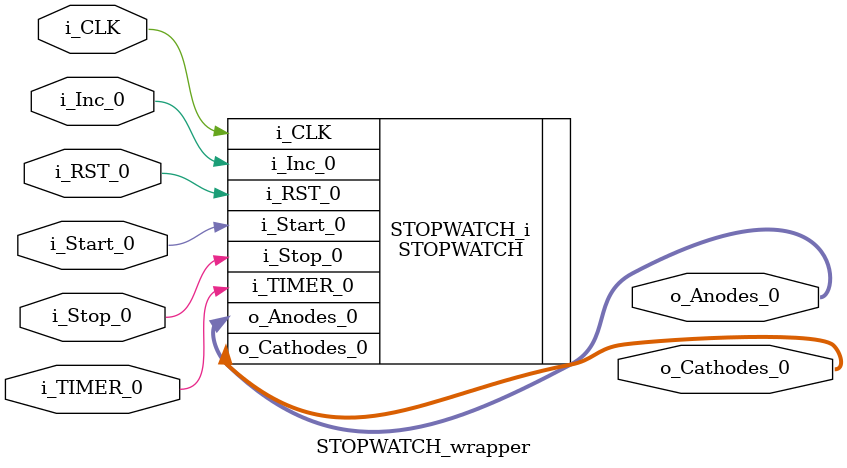
<source format=v>
`timescale 1 ps / 1 ps

module STOPWATCH_wrapper
   (i_CLK,
    i_Inc_0,
    i_RST_0,
    i_Start_0,
    i_Stop_0,
    i_TIMER_0,
    o_Anodes_0,
    o_Cathodes_0);
  input i_CLK;
  input i_Inc_0;
  input i_RST_0;
  input i_Start_0;
  input i_Stop_0;
  input i_TIMER_0;
  output [3:0]o_Anodes_0;
  output [6:0]o_Cathodes_0;

  wire i_CLK;
  wire i_Inc_0;
  wire i_RST_0;
  wire i_Start_0;
  wire i_Stop_0;
  wire i_TIMER_0;
  wire [3:0]o_Anodes_0;
  wire [6:0]o_Cathodes_0;

  STOPWATCH STOPWATCH_i
       (.i_CLK(i_CLK),
        .i_Inc_0(i_Inc_0),
        .i_RST_0(i_RST_0),
        .i_Start_0(i_Start_0),
        .i_Stop_0(i_Stop_0),
        .i_TIMER_0(i_TIMER_0),
        .o_Anodes_0(o_Anodes_0),
        .o_Cathodes_0(o_Cathodes_0));
endmodule

</source>
